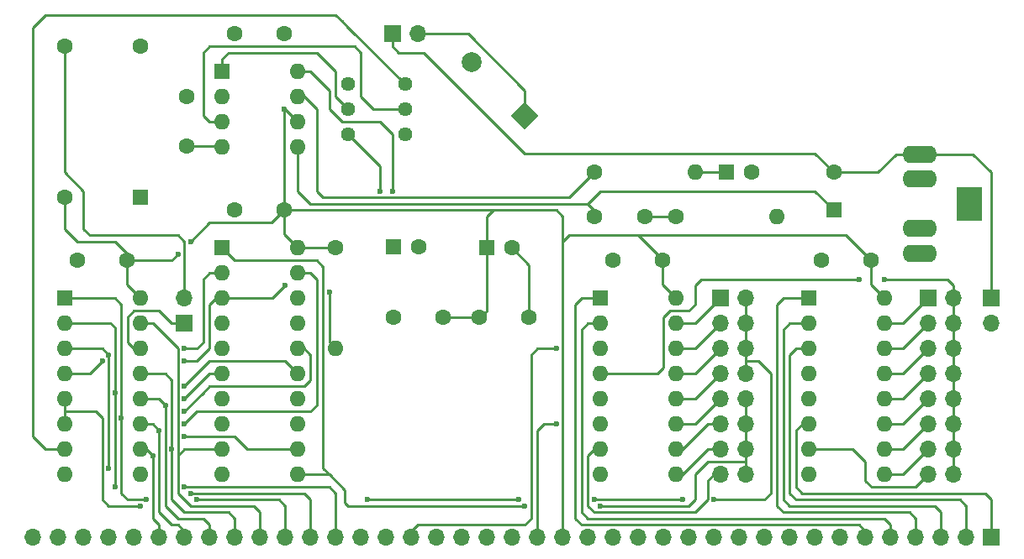
<source format=gtl>
G04 #@! TF.FileFunction,Copper,L1,Top,Signal*
%FSLAX46Y46*%
G04 Gerber Fmt 4.6, Leading zero omitted, Abs format (unit mm)*
G04 Created by KiCad (PCBNEW 4.0.7) date 12/28/18 17:53:24*
%MOMM*%
%LPD*%
G01*
G04 APERTURE LIST*
%ADD10C,0.100000*%
%ADD11C,1.600000*%
%ADD12R,1.600000X1.600000*%
%ADD13R,1.700000X1.700000*%
%ADD14O,1.700000X1.700000*%
%ADD15C,2.000000*%
%ADD16O,1.600000X1.600000*%
%ADD17C,1.440000*%
%ADD18R,2.500000X3.500000*%
%ADD19O,3.500000X1.750000*%
%ADD20C,0.600000*%
%ADD21C,0.250000*%
G04 APERTURE END LIST*
D10*
D11*
X113792000Y-119380000D03*
X118792000Y-119380000D03*
X92964000Y-102108000D03*
X92964000Y-97108000D03*
X122428000Y-119380000D03*
X127428000Y-119380000D03*
X139065000Y-109220000D03*
X134065000Y-109220000D03*
D12*
X158115000Y-108585000D03*
D11*
X158115000Y-104785000D03*
D13*
X146685000Y-117475000D03*
D14*
X149225000Y-117475000D03*
X146685000Y-120015000D03*
X149225000Y-120015000D03*
X146685000Y-122555000D03*
X149225000Y-122555000D03*
X146685000Y-125095000D03*
X149225000Y-125095000D03*
X146685000Y-127635000D03*
X149225000Y-127635000D03*
X146685000Y-130175000D03*
X149225000Y-130175000D03*
X146685000Y-132715000D03*
X149225000Y-132715000D03*
X146685000Y-135255000D03*
X149225000Y-135255000D03*
D13*
X167640000Y-117475000D03*
D14*
X170180000Y-117475000D03*
X167640000Y-120015000D03*
X170180000Y-120015000D03*
X167640000Y-122555000D03*
X170180000Y-122555000D03*
X167640000Y-125095000D03*
X170180000Y-125095000D03*
X167640000Y-127635000D03*
X170180000Y-127635000D03*
X167640000Y-130175000D03*
X170180000Y-130175000D03*
X167640000Y-132715000D03*
X170180000Y-132715000D03*
X167640000Y-135255000D03*
X170180000Y-135255000D03*
D13*
X173990000Y-141605000D03*
D14*
X171450000Y-141605000D03*
X168910000Y-141605000D03*
X166370000Y-141605000D03*
X163830000Y-141605000D03*
X161290000Y-141605000D03*
X158750000Y-141605000D03*
X156210000Y-141605000D03*
X153670000Y-141605000D03*
X151130000Y-141605000D03*
X148590000Y-141605000D03*
X146050000Y-141605000D03*
X143510000Y-141605000D03*
X140970000Y-141605000D03*
X138430000Y-141605000D03*
X135890000Y-141605000D03*
X133350000Y-141605000D03*
X130810000Y-141605000D03*
X128270000Y-141605000D03*
X125730000Y-141605000D03*
X123190000Y-141605000D03*
X120650000Y-141605000D03*
X118110000Y-141605000D03*
X115570000Y-141605000D03*
X113030000Y-141605000D03*
X110490000Y-141605000D03*
X107950000Y-141605000D03*
X105410000Y-141605000D03*
X102870000Y-141605000D03*
X100330000Y-141605000D03*
X97790000Y-141605000D03*
X95250000Y-141605000D03*
X92710000Y-141605000D03*
X90170000Y-141605000D03*
X87630000Y-141605000D03*
X85090000Y-141605000D03*
X82550000Y-141605000D03*
X80010000Y-141605000D03*
X77470000Y-141605000D03*
D13*
X113665000Y-90805000D03*
D14*
X116205000Y-90805000D03*
D10*
G36*
X128414214Y-99060000D02*
X127000000Y-100474214D01*
X125585786Y-99060000D01*
X127000000Y-97645786D01*
X128414214Y-99060000D01*
X128414214Y-99060000D01*
G37*
D15*
X121625988Y-93685988D03*
D11*
X133985000Y-104775000D03*
D16*
X144145000Y-104775000D03*
D11*
X107950000Y-112395000D03*
D16*
X107950000Y-122555000D03*
D11*
X142240000Y-109220000D03*
D16*
X152400000Y-109220000D03*
D17*
X114935000Y-95885000D03*
X114935000Y-98425000D03*
X114935000Y-100965000D03*
X109220000Y-95885000D03*
X109220000Y-98425000D03*
X109220000Y-100965000D03*
D12*
X96520000Y-94615000D03*
D16*
X104140000Y-102235000D03*
X96520000Y-97155000D03*
X104140000Y-99695000D03*
X96520000Y-99695000D03*
X104140000Y-97155000D03*
X96520000Y-102235000D03*
X104140000Y-94615000D03*
D12*
X96520000Y-112395000D03*
D16*
X104140000Y-135255000D03*
X96520000Y-114935000D03*
X104140000Y-132715000D03*
X96520000Y-117475000D03*
X104140000Y-130175000D03*
X96520000Y-120015000D03*
X104140000Y-127635000D03*
X96520000Y-122555000D03*
X104140000Y-125095000D03*
X96520000Y-125095000D03*
X104140000Y-122555000D03*
X96520000Y-127635000D03*
X104140000Y-120015000D03*
X96520000Y-130175000D03*
X104140000Y-117475000D03*
X96520000Y-132715000D03*
X104140000Y-114935000D03*
X96520000Y-135255000D03*
X104140000Y-112395000D03*
D12*
X134620000Y-117475000D03*
D16*
X142240000Y-135255000D03*
X134620000Y-120015000D03*
X142240000Y-132715000D03*
X134620000Y-122555000D03*
X142240000Y-130175000D03*
X134620000Y-125095000D03*
X142240000Y-127635000D03*
X134620000Y-127635000D03*
X142240000Y-125095000D03*
X134620000Y-130175000D03*
X142240000Y-122555000D03*
X134620000Y-132715000D03*
X142240000Y-120015000D03*
X134620000Y-135255000D03*
X142240000Y-117475000D03*
D12*
X155575000Y-117475000D03*
D16*
X163195000Y-135255000D03*
X155575000Y-120015000D03*
X163195000Y-132715000D03*
X155575000Y-122555000D03*
X163195000Y-130175000D03*
X155575000Y-125095000D03*
X163195000Y-127635000D03*
X155575000Y-127635000D03*
X163195000Y-125095000D03*
X155575000Y-130175000D03*
X163195000Y-122555000D03*
X155575000Y-132715000D03*
X163195000Y-120015000D03*
X155575000Y-135255000D03*
X163195000Y-117475000D03*
D12*
X80645000Y-117475000D03*
D16*
X88265000Y-135255000D03*
X80645000Y-120015000D03*
X88265000Y-132715000D03*
X80645000Y-122555000D03*
X88265000Y-130175000D03*
X80645000Y-125095000D03*
X88265000Y-127635000D03*
X80645000Y-127635000D03*
X88265000Y-125095000D03*
X80645000Y-130175000D03*
X88265000Y-122555000D03*
X80645000Y-132715000D03*
X88265000Y-120015000D03*
X80645000Y-135255000D03*
X88265000Y-117475000D03*
D12*
X88265000Y-107315000D03*
D11*
X80645000Y-107315000D03*
X80645000Y-92075000D03*
X88265000Y-92075000D03*
D18*
X171776000Y-107950000D03*
D19*
X166770000Y-112950000D03*
X166770000Y-102950000D03*
X166770000Y-110450000D03*
X166770000Y-105450000D03*
D11*
X97790000Y-90805000D03*
X102790000Y-90805000D03*
X81915000Y-113665000D03*
X86915000Y-113665000D03*
X97790000Y-108585000D03*
X102790000Y-108585000D03*
X135890000Y-113665000D03*
X140890000Y-113665000D03*
X156845000Y-113665000D03*
X161845000Y-113665000D03*
D13*
X92710000Y-120015000D03*
D14*
X92710000Y-117475000D03*
D13*
X173990000Y-117475000D03*
D14*
X173990000Y-120015000D03*
D12*
X113792000Y-112268000D03*
D11*
X116292000Y-112268000D03*
D12*
X147320000Y-104775000D03*
D11*
X149820000Y-104775000D03*
D12*
X123190000Y-112395000D03*
D11*
X125690000Y-112395000D03*
D20*
X102790000Y-98425000D03*
X93345000Y-111760000D03*
X92075000Y-113030000D03*
X112395000Y-106680000D03*
X113665000Y-106680000D03*
X146050000Y-137795000D03*
X126365000Y-137795000D03*
X88265000Y-138430000D03*
X111125000Y-137795000D03*
X133985000Y-137795000D03*
X142875000Y-137795000D03*
X134620000Y-138430000D03*
X127000000Y-138430000D03*
X160655000Y-115570000D03*
X163195000Y-115570000D03*
X130175000Y-130175000D03*
X130175000Y-122555000D03*
X85090000Y-123190000D03*
X92710000Y-122555000D03*
X85090000Y-134620000D03*
X92710000Y-136525000D03*
X85725000Y-127000000D03*
X85725000Y-136525000D03*
X93345000Y-137160000D03*
X86360000Y-129540000D03*
X92710000Y-127635000D03*
X88900000Y-137795000D03*
X93980000Y-137795000D03*
X91440000Y-132715000D03*
X92710000Y-131445000D03*
X92710000Y-126365000D03*
X90805000Y-128270000D03*
X90170000Y-130810000D03*
X92710000Y-128905000D03*
X92710000Y-130175000D03*
X89535000Y-133350000D03*
X107315000Y-116840000D03*
X102870000Y-116205000D03*
X92710000Y-123825000D03*
X84455000Y-123825000D03*
D21*
X127428000Y-119380000D02*
X127428000Y-114133000D01*
X127428000Y-114133000D02*
X125690000Y-112395000D01*
X92964000Y-102108000D02*
X94996000Y-102108000D01*
X94996000Y-102108000D02*
X96393000Y-102108000D01*
X96393000Y-102108000D02*
X96520000Y-102235000D01*
X123190000Y-112395000D02*
X123190000Y-109220000D01*
X123190000Y-109220000D02*
X123825000Y-108585000D01*
X122428000Y-119380000D02*
X122555000Y-119380000D01*
X122555000Y-119380000D02*
X123190000Y-118745000D01*
X123190000Y-118745000D02*
X123190000Y-112395000D01*
X118792000Y-119380000D02*
X122428000Y-119380000D01*
X107950000Y-112395000D02*
X104140000Y-112395000D01*
X86915000Y-113665000D02*
X91440000Y-113665000D01*
X101520000Y-109855000D02*
X102790000Y-108585000D01*
X95250000Y-109855000D02*
X101520000Y-109855000D01*
X93345000Y-111760000D02*
X95250000Y-109855000D01*
X91440000Y-113665000D02*
X92075000Y-113030000D01*
X130810000Y-111760000D02*
X130810000Y-109220000D01*
X130810000Y-109220000D02*
X130175000Y-108585000D01*
X130175000Y-108585000D02*
X123825000Y-108585000D01*
X123825000Y-108585000D02*
X102790000Y-108585000D01*
X102790000Y-98425000D02*
X102790000Y-108585000D01*
X80645000Y-107315000D02*
X80645000Y-110490000D01*
X85725000Y-111760000D02*
X86915000Y-112950000D01*
X81915000Y-111760000D02*
X85725000Y-111760000D01*
X80645000Y-110490000D02*
X81915000Y-111760000D01*
X86915000Y-112950000D02*
X86915000Y-113665000D01*
X140890000Y-113665000D02*
X140890000Y-113585000D01*
X140890000Y-113585000D02*
X138430000Y-111125000D01*
X130810000Y-141605000D02*
X130810000Y-111760000D01*
X159305000Y-111125000D02*
X161845000Y-113665000D01*
X131445000Y-111125000D02*
X138430000Y-111125000D01*
X138430000Y-111125000D02*
X159305000Y-111125000D01*
X130810000Y-111760000D02*
X131445000Y-111125000D01*
X102790000Y-98425000D02*
X102790000Y-98345000D01*
X102790000Y-98345000D02*
X104140000Y-99695000D01*
X86915000Y-113665000D02*
X86915000Y-113585000D01*
X86915000Y-113665000D02*
X86915000Y-116125000D01*
X86915000Y-116125000D02*
X88265000Y-117475000D01*
X102790000Y-108585000D02*
X102790000Y-111045000D01*
X102790000Y-111045000D02*
X104140000Y-112395000D01*
X140890000Y-113665000D02*
X140890000Y-116125000D01*
X140890000Y-116125000D02*
X142240000Y-117475000D01*
X161845000Y-113665000D02*
X161845000Y-116125000D01*
X161845000Y-116125000D02*
X163195000Y-117475000D01*
X112395000Y-106680000D02*
X112395000Y-104140000D01*
X112395000Y-104140000D02*
X109220000Y-100965000D01*
X105410000Y-94615000D02*
X107315000Y-96520000D01*
X104140000Y-94615000D02*
X105410000Y-94615000D01*
X107315000Y-98425000D02*
X107315000Y-96520000D01*
X108585000Y-99695000D02*
X107315000Y-98425000D01*
X113665000Y-106680000D02*
X113665000Y-100965000D01*
X113665000Y-100965000D02*
X112395000Y-99695000D01*
X112395000Y-99695000D02*
X108585000Y-99695000D01*
X144145000Y-104775000D02*
X147320000Y-104775000D01*
X139065000Y-109220000D02*
X142240000Y-109220000D01*
X134065000Y-109220000D02*
X134065000Y-108665000D01*
X134065000Y-108665000D02*
X133350000Y-107950000D01*
X134192000Y-107108000D02*
X133985000Y-107315000D01*
X133985000Y-107315000D02*
X134620000Y-106680000D01*
X104140000Y-106045000D02*
X104140000Y-106680000D01*
X104140000Y-106680000D02*
X105410000Y-107950000D01*
X105410000Y-107950000D02*
X133350000Y-107950000D01*
X133350000Y-107950000D02*
X133985000Y-107315000D01*
X104140000Y-102235000D02*
X104140000Y-106045000D01*
X104140000Y-106045000D02*
X104140000Y-106172000D01*
X134620000Y-106680000D02*
X156210000Y-106680000D01*
X156210000Y-106680000D02*
X158115000Y-108585000D01*
X158115000Y-104785000D02*
X162550000Y-104785000D01*
X162550000Y-104785000D02*
X164385000Y-102950000D01*
X113665000Y-90805000D02*
X113665000Y-92075000D01*
X113665000Y-92075000D02*
X114300000Y-92710000D01*
X114300000Y-92710000D02*
X116840000Y-92710000D01*
X116840000Y-92710000D02*
X127000000Y-102870000D01*
X127000000Y-102870000D02*
X156200000Y-102870000D01*
X156200000Y-102870000D02*
X158115000Y-104785000D01*
X164385000Y-102950000D02*
X166770000Y-102950000D01*
X166770000Y-102950000D02*
X172165000Y-102950000D01*
X173990000Y-104775000D02*
X173990000Y-117475000D01*
X172165000Y-102950000D02*
X173990000Y-104775000D01*
X142240000Y-120015000D02*
X144145000Y-120015000D01*
X144145000Y-120015000D02*
X146685000Y-117475000D01*
X133985000Y-137795000D02*
X142875000Y-137795000D01*
X150495000Y-123825000D02*
X151765000Y-125095000D01*
X151765000Y-125095000D02*
X151765000Y-137160000D01*
X151765000Y-137160000D02*
X151130000Y-137795000D01*
X151130000Y-137795000D02*
X146050000Y-137795000D01*
X126365000Y-137795000D02*
X111125000Y-137795000D01*
X80645000Y-128905000D02*
X83820000Y-128905000D01*
X83820000Y-128905000D02*
X84455000Y-129540000D01*
X84455000Y-129540000D02*
X84455000Y-137795000D01*
X84455000Y-137795000D02*
X85090000Y-138430000D01*
X85090000Y-138430000D02*
X88265000Y-138430000D01*
X150495000Y-123825000D02*
X149225000Y-123825000D01*
X80645000Y-130175000D02*
X80645000Y-128905000D01*
X80645000Y-128905000D02*
X80645000Y-127635000D01*
X149225000Y-120015000D02*
X149225000Y-117475000D01*
X149225000Y-122555000D02*
X149225000Y-120015000D01*
X149225000Y-125095000D02*
X149225000Y-123825000D01*
X149225000Y-123825000D02*
X149225000Y-122555000D01*
X142240000Y-122555000D02*
X144145000Y-122555000D01*
X144145000Y-122555000D02*
X146685000Y-120015000D01*
X142240000Y-125095000D02*
X144145000Y-125095000D01*
X144145000Y-125095000D02*
X146685000Y-122555000D01*
X142240000Y-127635000D02*
X144145000Y-127635000D01*
X144145000Y-127635000D02*
X146685000Y-125095000D01*
X142240000Y-130175000D02*
X144145000Y-130175000D01*
X144145000Y-130175000D02*
X146685000Y-127635000D01*
X107315000Y-135255000D02*
X106680000Y-134620000D01*
X97790000Y-113665000D02*
X96520000Y-112395000D01*
X106680000Y-114300000D02*
X106680000Y-134620000D01*
X106045000Y-113665000D02*
X106680000Y-114300000D01*
X102870000Y-113665000D02*
X106045000Y-113665000D01*
X102870000Y-113665000D02*
X97790000Y-113665000D01*
X108902500Y-136842500D02*
X107315000Y-135255000D01*
X104140000Y-135255000D02*
X106045000Y-135255000D01*
X145415000Y-133985000D02*
X144145000Y-135255000D01*
X144145000Y-135255000D02*
X144145000Y-137795000D01*
X144145000Y-137795000D02*
X143510000Y-138430000D01*
X143510000Y-138430000D02*
X134620000Y-138430000D01*
X127000000Y-138430000D02*
X110490000Y-138430000D01*
X145415000Y-133985000D02*
X149225000Y-133985000D01*
X108902500Y-138112500D02*
X109220000Y-138430000D01*
X109220000Y-138430000D02*
X110490000Y-138430000D01*
X108902500Y-136842500D02*
X108902500Y-138112500D01*
X107315000Y-135255000D02*
X106045000Y-135255000D01*
X149225000Y-130175000D02*
X149225000Y-127635000D01*
X149225000Y-132715000D02*
X149225000Y-130175000D01*
X149225000Y-135255000D02*
X149225000Y-133985000D01*
X149225000Y-133985000D02*
X149225000Y-132715000D01*
X146685000Y-130175000D02*
X145415000Y-130175000D01*
X145415000Y-130175000D02*
X142875000Y-132715000D01*
X142875000Y-132715000D02*
X142240000Y-132715000D01*
X146685000Y-132715000D02*
X145415000Y-132715000D01*
X145415000Y-132715000D02*
X142875000Y-135255000D01*
X142875000Y-135255000D02*
X142240000Y-135255000D01*
X144145000Y-139065000D02*
X145415000Y-137795000D01*
X145415000Y-135890000D02*
X146050000Y-135255000D01*
X145415000Y-137795000D02*
X145415000Y-135890000D01*
X146050000Y-135255000D02*
X146685000Y-135255000D01*
X134620000Y-132715000D02*
X133985000Y-132715000D01*
X133985000Y-132715000D02*
X133350000Y-133350000D01*
X133350000Y-138430000D02*
X133985000Y-139065000D01*
X133350000Y-133350000D02*
X133350000Y-138430000D01*
X133985000Y-139065000D02*
X143510000Y-139065000D01*
X143510000Y-139065000D02*
X144145000Y-139065000D01*
X163195000Y-120015000D02*
X165100000Y-120015000D01*
X165100000Y-120015000D02*
X167640000Y-117475000D01*
X170180000Y-117475000D02*
X170180000Y-116205000D01*
X140335000Y-125095000D02*
X134620000Y-125095000D01*
X140970000Y-124460000D02*
X140335000Y-125095000D01*
X140970000Y-119380000D02*
X140970000Y-124460000D01*
X141605000Y-118745000D02*
X140970000Y-119380000D01*
X143510000Y-118745000D02*
X141605000Y-118745000D01*
X144145000Y-118110000D02*
X143510000Y-118745000D01*
X144145000Y-116205000D02*
X144145000Y-118110000D01*
X144780000Y-115570000D02*
X144145000Y-116205000D01*
X160655000Y-115570000D02*
X144780000Y-115570000D01*
X169545000Y-115570000D02*
X163195000Y-115570000D01*
X170180000Y-116205000D02*
X169545000Y-115570000D01*
X170180000Y-120015000D02*
X170180000Y-117475000D01*
X170180000Y-122555000D02*
X170180000Y-120015000D01*
X170180000Y-125095000D02*
X170180000Y-122555000D01*
X170180000Y-127635000D02*
X170180000Y-125095000D01*
X170180000Y-130175000D02*
X170180000Y-127635000D01*
X170180000Y-132715000D02*
X170180000Y-130175000D01*
X170180000Y-135255000D02*
X170180000Y-132715000D01*
X163195000Y-122555000D02*
X165100000Y-122555000D01*
X165100000Y-122555000D02*
X167640000Y-120015000D01*
X163195000Y-125095000D02*
X165100000Y-125095000D01*
X165100000Y-125095000D02*
X167640000Y-122555000D01*
X163195000Y-127635000D02*
X165100000Y-127635000D01*
X165100000Y-127635000D02*
X167640000Y-125095000D01*
X163195000Y-130175000D02*
X165100000Y-130175000D01*
X165100000Y-130175000D02*
X167640000Y-127635000D01*
X163195000Y-132715000D02*
X165100000Y-132715000D01*
X165100000Y-132715000D02*
X167640000Y-130175000D01*
X163195000Y-135255000D02*
X165100000Y-135255000D01*
X165100000Y-135255000D02*
X167640000Y-132715000D01*
X161925000Y-136525000D02*
X166370000Y-136525000D01*
X155575000Y-132715000D02*
X160020000Y-132715000D01*
X166370000Y-136525000D02*
X167640000Y-135255000D01*
X161290000Y-135890000D02*
X161925000Y-136525000D01*
X161290000Y-133985000D02*
X161290000Y-135890000D01*
X160020000Y-132715000D02*
X161290000Y-133985000D01*
X155575000Y-130175000D02*
X154940000Y-130175000D01*
X154940000Y-130175000D02*
X154305000Y-130810000D01*
X154305000Y-130810000D02*
X154305000Y-136525000D01*
X154305000Y-136525000D02*
X154940000Y-137160000D01*
X154940000Y-137160000D02*
X161925000Y-137160000D01*
X173990000Y-141605000D02*
X173990000Y-137795000D01*
X173355000Y-137160000D02*
X161925000Y-137160000D01*
X173990000Y-137795000D02*
X173355000Y-137160000D01*
X155575000Y-122555000D02*
X154305000Y-122555000D01*
X171450000Y-138430000D02*
X170815000Y-137795000D01*
X170815000Y-137795000D02*
X161290000Y-137795000D01*
X171450000Y-138430000D02*
X171450000Y-141605000D01*
X154305000Y-137795000D02*
X161290000Y-137795000D01*
X153670000Y-137160000D02*
X154305000Y-137795000D01*
X153670000Y-123190000D02*
X153670000Y-137160000D01*
X154305000Y-122555000D02*
X153670000Y-123190000D01*
X155575000Y-120015000D02*
X153670000Y-120015000D01*
X168910000Y-139065000D02*
X168275000Y-138430000D01*
X168275000Y-138430000D02*
X161290000Y-138430000D01*
X168910000Y-139065000D02*
X168910000Y-141605000D01*
X153670000Y-138430000D02*
X161290000Y-138430000D01*
X153035000Y-137795000D02*
X153670000Y-138430000D01*
X153035000Y-120650000D02*
X153035000Y-137795000D01*
X153670000Y-120015000D02*
X153035000Y-120650000D01*
X155575000Y-117475000D02*
X153035000Y-117475000D01*
X166370000Y-139700000D02*
X165735000Y-139065000D01*
X165735000Y-139065000D02*
X160655000Y-139065000D01*
X166370000Y-139700000D02*
X166370000Y-141605000D01*
X153035000Y-139065000D02*
X160655000Y-139065000D01*
X152400000Y-138430000D02*
X153035000Y-139065000D01*
X152400000Y-118110000D02*
X152400000Y-138430000D01*
X153035000Y-117475000D02*
X152400000Y-118110000D01*
X133350000Y-139700000D02*
X132715000Y-139065000D01*
X132715000Y-120650000D02*
X133350000Y-120015000D01*
X132715000Y-139065000D02*
X132715000Y-120650000D01*
X152400000Y-139700000D02*
X133350000Y-139700000D01*
X163830000Y-140335000D02*
X163195000Y-139700000D01*
X163195000Y-139700000D02*
X152400000Y-139700000D01*
X163830000Y-141605000D02*
X163830000Y-140335000D01*
X133350000Y-120015000D02*
X134620000Y-120015000D01*
X132715000Y-140335000D02*
X132080000Y-139700000D01*
X132080000Y-118110000D02*
X132715000Y-117475000D01*
X132080000Y-139700000D02*
X132080000Y-118110000D01*
X134620000Y-117475000D02*
X132715000Y-117475000D01*
X160655000Y-140335000D02*
X151765000Y-140335000D01*
X160655000Y-140335000D02*
X161290000Y-140970000D01*
X132715000Y-140335000D02*
X151765000Y-140335000D01*
X161290000Y-141605000D02*
X161290000Y-140970000D01*
X128270000Y-141605000D02*
X128270000Y-130810000D01*
X128905000Y-130175000D02*
X130175000Y-130175000D01*
X128270000Y-130810000D02*
X128905000Y-130175000D01*
X115570000Y-141605000D02*
X115570000Y-140970000D01*
X115570000Y-140970000D02*
X116205000Y-140335000D01*
X116205000Y-140335000D02*
X127000000Y-140335000D01*
X127000000Y-140335000D02*
X127635000Y-139700000D01*
X127635000Y-139700000D02*
X127635000Y-123190000D01*
X127635000Y-123190000D02*
X128270000Y-122555000D01*
X128270000Y-122555000D02*
X130175000Y-122555000D01*
X96520000Y-114935000D02*
X95250000Y-114935000D01*
X94615000Y-115570000D02*
X95250000Y-114935000D01*
X94615000Y-121920000D02*
X94615000Y-115570000D01*
X93980000Y-122555000D02*
X94615000Y-121920000D01*
X92710000Y-122555000D02*
X93980000Y-122555000D01*
X107950000Y-141605000D02*
X107950000Y-137160000D01*
X107315000Y-136525000D02*
X92710000Y-136525000D01*
X107950000Y-137160000D02*
X107315000Y-136525000D01*
X80645000Y-122555000D02*
X84455000Y-122555000D01*
X85090000Y-123190000D02*
X85090000Y-134620000D01*
X84455000Y-122555000D02*
X85090000Y-123190000D01*
X105410000Y-141605000D02*
X105410000Y-137795000D01*
X85274998Y-120015000D02*
X85725000Y-120465002D01*
X85725000Y-120465002D02*
X85725000Y-127000000D01*
X85725000Y-127000000D02*
X85725000Y-136525000D01*
X85274998Y-120015000D02*
X80645000Y-120015000D01*
X104775000Y-137160000D02*
X93345000Y-137160000D01*
X105410000Y-137795000D02*
X104775000Y-137160000D01*
X96520000Y-125095000D02*
X95250000Y-125095000D01*
X95250000Y-125095000D02*
X92710000Y-127635000D01*
X102870000Y-141605000D02*
X102870000Y-138430000D01*
X85725000Y-117475000D02*
X86360000Y-118110000D01*
X86360000Y-118110000D02*
X86360000Y-129540000D01*
X86360000Y-129540000D02*
X86360000Y-136525000D01*
X85725000Y-117475000D02*
X80645000Y-117475000D01*
X86360000Y-137160000D02*
X86360000Y-136525000D01*
X86995000Y-137795000D02*
X86360000Y-137160000D01*
X88900000Y-137795000D02*
X86995000Y-137795000D01*
X102235000Y-137795000D02*
X93980000Y-137795000D01*
X102870000Y-138430000D02*
X102235000Y-137795000D01*
X96520000Y-132715000D02*
X92710000Y-132715000D01*
X92710000Y-132715000D02*
X92075000Y-133350000D01*
X100330000Y-141605000D02*
X100330000Y-139065000D01*
X89535000Y-120015000D02*
X88265000Y-120015000D01*
X92075000Y-122555000D02*
X89535000Y-120015000D01*
X92075000Y-137160000D02*
X92075000Y-133350000D01*
X92075000Y-133350000D02*
X92075000Y-122555000D01*
X93345000Y-138430000D02*
X92075000Y-137160000D01*
X99695000Y-138430000D02*
X93345000Y-138430000D01*
X100330000Y-139065000D02*
X99695000Y-138430000D01*
X104140000Y-132715000D02*
X99060000Y-132715000D01*
X97790000Y-131445000D02*
X92710000Y-131445000D01*
X99060000Y-132715000D02*
X97790000Y-131445000D01*
X97790000Y-141605000D02*
X97790000Y-139700000D01*
X90805000Y-125095000D02*
X88265000Y-125095000D01*
X91440000Y-125730000D02*
X90805000Y-125095000D01*
X91440000Y-137795000D02*
X91440000Y-132715000D01*
X91440000Y-132715000D02*
X91440000Y-125730000D01*
X92710000Y-139065000D02*
X91440000Y-137795000D01*
X97155000Y-139065000D02*
X92710000Y-139065000D01*
X97790000Y-139700000D02*
X97155000Y-139065000D01*
X93980000Y-125095000D02*
X95250000Y-123825000D01*
X93980000Y-125095000D02*
X92710000Y-126365000D01*
X102870000Y-123825000D02*
X104140000Y-125095000D01*
X95250000Y-123825000D02*
X102870000Y-123825000D01*
X95250000Y-141605000D02*
X95250000Y-140335000D01*
X90170000Y-127635000D02*
X88265000Y-127635000D01*
X90805000Y-128270000D02*
X90170000Y-127635000D01*
X90805000Y-138430000D02*
X90805000Y-128270000D01*
X92075000Y-139700000D02*
X90805000Y-138430000D01*
X94615000Y-139700000D02*
X92075000Y-139700000D01*
X95250000Y-140335000D02*
X94615000Y-139700000D01*
X95885000Y-126365000D02*
X95250000Y-126365000D01*
X104775000Y-126365000D02*
X105410000Y-125730000D01*
X105410000Y-125730000D02*
X105410000Y-123825000D01*
X98425000Y-126365000D02*
X95885000Y-126365000D01*
X98425000Y-126365000D02*
X104775000Y-126365000D01*
X105410000Y-123190000D02*
X105410000Y-123825000D01*
X104775000Y-122555000D02*
X105410000Y-123190000D01*
X94615000Y-127000000D02*
X92710000Y-128905000D01*
X95250000Y-126365000D02*
X94615000Y-127000000D01*
X104140000Y-122555000D02*
X104775000Y-122555000D01*
X90170000Y-138614998D02*
X90170000Y-139065000D01*
X90805000Y-139700000D02*
X91440000Y-140335000D01*
X91440000Y-140335000D02*
X92075000Y-140335000D01*
X92075000Y-140335000D02*
X92710000Y-140970000D01*
X90170000Y-138614998D02*
X90170000Y-130810000D01*
X90170000Y-139065000D02*
X90805000Y-139700000D01*
X90170000Y-130810000D02*
X89535000Y-130175000D01*
X88265000Y-130175000D02*
X89535000Y-130175000D01*
X92710000Y-140970000D02*
X92710000Y-141605000D01*
X97790000Y-128905000D02*
X105410000Y-128905000D01*
X92710000Y-130175000D02*
X93980000Y-128905000D01*
X97790000Y-128905000D02*
X93980000Y-128905000D01*
X105410000Y-114935000D02*
X104140000Y-114935000D01*
X106045000Y-115570000D02*
X105410000Y-114935000D01*
X106045000Y-128270000D02*
X106045000Y-115570000D01*
X105410000Y-128905000D02*
X106045000Y-128270000D01*
X90170000Y-140335000D02*
X89535000Y-139700000D01*
X89535000Y-139700000D02*
X89535000Y-139065000D01*
X88265000Y-132715000D02*
X88900000Y-132715000D01*
X88900000Y-132715000D02*
X89535000Y-133350000D01*
X89535000Y-139065000D02*
X89535000Y-133985000D01*
X89535000Y-133350000D02*
X89535000Y-133985000D01*
X90170000Y-141605000D02*
X90170000Y-140335000D01*
X92710000Y-120015000D02*
X91440000Y-120015000D01*
X86995000Y-121920000D02*
X87630000Y-122555000D01*
X86995000Y-119380000D02*
X86995000Y-121920000D01*
X87630000Y-118745000D02*
X86995000Y-119380000D01*
X90170000Y-118745000D02*
X87630000Y-118745000D01*
X91440000Y-120015000D02*
X90170000Y-118745000D01*
X87630000Y-122555000D02*
X88265000Y-122555000D01*
X127000000Y-99060000D02*
X127000000Y-96520000D01*
X121285000Y-90805000D02*
X116205000Y-90805000D01*
X127000000Y-96520000D02*
X121285000Y-90805000D01*
X104140000Y-97155000D02*
X104775000Y-97155000D01*
X104775000Y-97155000D02*
X106045000Y-98425000D01*
X106045000Y-98425000D02*
X106045000Y-106680000D01*
X106045000Y-106680000D02*
X106680000Y-107315000D01*
X106680000Y-107315000D02*
X131445000Y-107315000D01*
X131445000Y-107315000D02*
X133985000Y-104775000D01*
X96520000Y-117475000D02*
X101600000Y-117475000D01*
X107315000Y-121920000D02*
X107950000Y-122555000D01*
X107315000Y-121285000D02*
X107315000Y-121920000D01*
X107315000Y-116840000D02*
X107315000Y-121285000D01*
X101600000Y-117475000D02*
X102870000Y-116205000D01*
X93980000Y-123825000D02*
X95250000Y-122555000D01*
X80645000Y-125095000D02*
X83185000Y-125095000D01*
X95250000Y-118110000D02*
X95885000Y-117475000D01*
X95250000Y-122555000D02*
X95250000Y-118110000D01*
X92710000Y-123825000D02*
X93980000Y-123825000D01*
X83185000Y-125095000D02*
X84455000Y-123825000D01*
X95885000Y-117475000D02*
X96520000Y-117475000D01*
X77470000Y-100330000D02*
X77470000Y-131445000D01*
X77470000Y-131445000D02*
X78740000Y-132715000D01*
X78740000Y-132715000D02*
X80645000Y-132715000D01*
X109220000Y-90170000D02*
X108585000Y-89535000D01*
X108585000Y-89535000D02*
X107950000Y-88900000D01*
X107950000Y-88900000D02*
X78740000Y-88900000D01*
X78740000Y-88900000D02*
X77470000Y-90170000D01*
X77470000Y-90170000D02*
X77470000Y-100330000D01*
X114935000Y-95885000D02*
X109220000Y-90170000D01*
X114935000Y-98425000D02*
X111760000Y-98425000D01*
X95250000Y-99695000D02*
X96520000Y-99695000D01*
X94615000Y-99060000D02*
X95250000Y-99695000D01*
X94615000Y-92710000D02*
X94615000Y-99060000D01*
X95250000Y-92075000D02*
X94615000Y-92710000D01*
X109855000Y-92075000D02*
X95250000Y-92075000D01*
X110490000Y-92710000D02*
X109855000Y-92075000D01*
X110490000Y-97155000D02*
X110490000Y-92710000D01*
X111760000Y-98425000D02*
X110490000Y-97155000D01*
X107950000Y-94615000D02*
X106045000Y-92710000D01*
X107950000Y-95250000D02*
X107950000Y-94615000D01*
X106045000Y-92710000D02*
X105410000Y-92710000D01*
X96520000Y-94615000D02*
X96520000Y-93345000D01*
X103505000Y-92710000D02*
X105410000Y-92710000D01*
X96520000Y-93345000D02*
X97155000Y-92710000D01*
X97155000Y-92710000D02*
X103505000Y-92710000D01*
X107950000Y-95250000D02*
X107950000Y-97155000D01*
X107950000Y-97155000D02*
X109220000Y-98425000D01*
X80645000Y-92075000D02*
X80645000Y-104775000D01*
X92710000Y-111760000D02*
X92710000Y-117475000D01*
X92075000Y-111125000D02*
X92710000Y-111760000D01*
X83185000Y-111125000D02*
X92075000Y-111125000D01*
X82550000Y-110490000D02*
X83185000Y-111125000D01*
X82550000Y-106680000D02*
X82550000Y-110490000D01*
X80645000Y-104775000D02*
X82550000Y-106680000D01*
M02*

</source>
